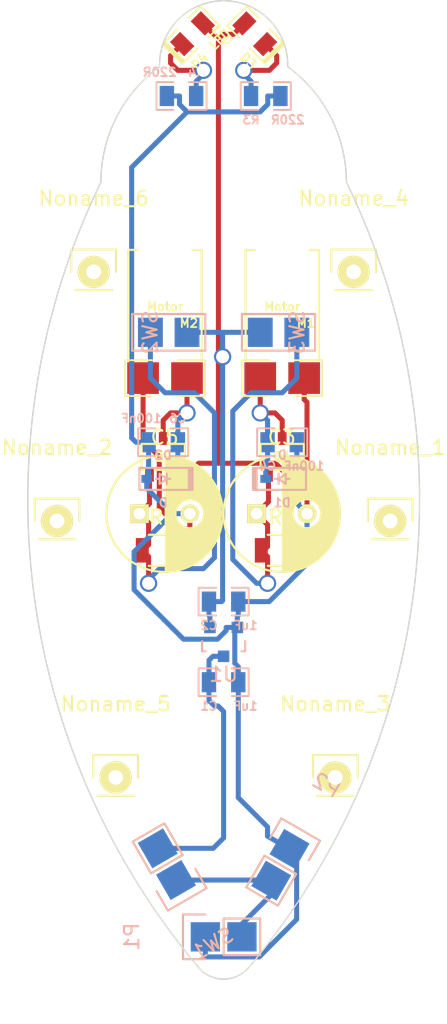
<source format=kicad_pcb>
(kicad_pcb (version 20171130) (host pcbnew "(5.1.12)-1")

  (general
    (thickness 1.6)
    (drawings 7)
    (tracks 189)
    (zones 0)
    (modules 30)
    (nets 11)
  )

  (page A4)
  (layers
    (0 F.Cu signal)
    (31 B.Cu signal)
    (32 B.Adhes user)
    (33 F.Adhes user)
    (34 B.Paste user)
    (35 F.Paste user)
    (36 B.SilkS user)
    (37 F.SilkS user)
    (38 B.Mask user)
    (39 F.Mask user)
    (40 Dwgs.User user)
    (41 Cmts.User user)
    (42 Eco1.User user)
    (43 Eco2.User user)
    (44 Edge.Cuts user)
    (45 Margin user)
    (46 B.CrtYd user)
    (47 F.CrtYd user)
    (48 B.Fab user)
    (49 F.Fab user)
  )

  (setup
    (last_trace_width 0.35)
    (trace_clearance 0.2)
    (zone_clearance 0.508)
    (zone_45_only no)
    (trace_min 0.2)
    (via_size 1.2)
    (via_drill 0.9)
    (via_min_size 0.4)
    (via_min_drill 0.3)
    (uvia_size 0.3)
    (uvia_drill 0.1)
    (uvias_allowed no)
    (uvia_min_size 0.2)
    (uvia_min_drill 0.1)
    (edge_width 0.1)
    (segment_width 0.1)
    (pcb_text_width 0.3)
    (pcb_text_size 1.5 1.5)
    (mod_edge_width 0.15)
    (mod_text_size 1 1)
    (mod_text_width 0.15)
    (pad_size 2.2352 2.2352)
    (pad_drill 1.016)
    (pad_to_mask_clearance 0)
    (aux_axis_origin 0 0)
    (visible_elements 7FFFFFFF)
    (pcbplotparams
      (layerselection 0x01000_80000001)
      (usegerberextensions false)
      (usegerberattributes true)
      (usegerberadvancedattributes true)
      (creategerberjobfile true)
      (excludeedgelayer true)
      (linewidth 0.100000)
      (plotframeref false)
      (viasonmask false)
      (mode 1)
      (useauxorigin false)
      (hpglpennumber 1)
      (hpglpenspeed 20)
      (hpglpendiameter 15.000000)
      (psnegative false)
      (psa4output false)
      (plotreference true)
      (plotvalue true)
      (plotinvisibletext false)
      (padsonsilk false)
      (subtractmaskfromsilk false)
      (outputformat 1)
      (mirror false)
      (drillshape 0)
      (scaleselection 1)
      (outputdirectory "gerbers/"))
  )

  (net 0 "")
  (net 1 "Net-(C1-Pad1)")
  (net 2 "Net-(C3-Pad1)")
  (net 3 "Net-(C4-Pad1)")
  (net 4 "Net-(C5-Pad1)")
  (net 5 "Net-(C6-Pad1)")
  (net 6 "Net-(D3-Pad1)")
  (net 7 "Net-(D4-Pad1)")
  (net 8 +3V3)
  (net 9 +BATT)
  (net 10 GND)

  (net_class Default "This is the default net class."
    (clearance 0.2)
    (trace_width 0.35)
    (via_dia 1.2)
    (via_drill 0.9)
    (uvia_dia 0.3)
    (uvia_drill 0.1)
    (add_net +3V3)
    (add_net +BATT)
    (add_net GND)
    (add_net "Net-(C1-Pad1)")
    (add_net "Net-(C3-Pad1)")
    (add_net "Net-(C4-Pad1)")
    (add_net "Net-(C5-Pad1)")
    (add_net "Net-(C6-Pad1)")
    (add_net "Net-(D3-Pad1)")
    (add_net "Net-(D4-Pad1)")
  )

  (module "BITxo module library:Pin_Header_Straight_1x01" (layer F.Cu) (tedit 55DB9B02) (tstamp 55DB9DB4)
    (at 142.24 56.134)
    (descr "Through hole pin header")
    (tags "pin header")
    (fp_text reference Noname_6 (at 0 -5.1) (layer F.SilkS)
      (effects (font (size 1 1) (thickness 0.15)))
    )
    (fp_text value "" (at 0 -3.1) (layer F.Fab)
      (effects (font (size 1 1) (thickness 0.15)))
    )
    (fp_line (start 1.55 -1.55) (end 1.55 0) (layer F.SilkS) (width 0.15))
    (fp_line (start -1.75 -1.75) (end -1.75 1.75) (layer F.CrtYd) (width 0.05))
    (fp_line (start 1.75 -1.75) (end 1.75 1.75) (layer F.CrtYd) (width 0.05))
    (fp_line (start -1.75 -1.75) (end 1.75 -1.75) (layer F.CrtYd) (width 0.05))
    (fp_line (start -1.75 1.75) (end 1.75 1.75) (layer F.CrtYd) (width 0.05))
    (fp_line (start -1.55 0) (end -1.55 -1.55) (layer F.SilkS) (width 0.15))
    (fp_line (start -1.55 -1.55) (end 1.55 -1.55) (layer F.SilkS) (width 0.15))
    (fp_line (start -1.27 1.27) (end 1.27 1.27) (layer F.SilkS) (width 0.15))
    (pad 1 thru_hole circle (at 0 0) (size 2.2352 2.2352) (drill 1.016) (layers *.Cu *.Mask F.SilkS))
    (model Pin_Headers.3dshapes/Pin_Header_Straight_1x01.wrl
      (at (xyz 0 0 0))
      (scale (xyz 1 1 1))
      (rotate (xyz 0 0 90))
    )
  )

  (module "BITxo module library:Pin_Header_Straight_1x01" (layer F.Cu) (tedit 55DB9B02) (tstamp 55DB9DA6)
    (at 143.764 91.186)
    (descr "Through hole pin header")
    (tags "pin header")
    (fp_text reference Noname_5 (at 0 -5.1) (layer F.SilkS)
      (effects (font (size 1 1) (thickness 0.15)))
    )
    (fp_text value "" (at 0 -3.1) (layer F.Fab)
      (effects (font (size 1 1) (thickness 0.15)))
    )
    (fp_line (start 1.55 -1.55) (end 1.55 0) (layer F.SilkS) (width 0.15))
    (fp_line (start -1.75 -1.75) (end -1.75 1.75) (layer F.CrtYd) (width 0.05))
    (fp_line (start 1.75 -1.75) (end 1.75 1.75) (layer F.CrtYd) (width 0.05))
    (fp_line (start -1.75 -1.75) (end 1.75 -1.75) (layer F.CrtYd) (width 0.05))
    (fp_line (start -1.75 1.75) (end 1.75 1.75) (layer F.CrtYd) (width 0.05))
    (fp_line (start -1.55 0) (end -1.55 -1.55) (layer F.SilkS) (width 0.15))
    (fp_line (start -1.55 -1.55) (end 1.55 -1.55) (layer F.SilkS) (width 0.15))
    (fp_line (start -1.27 1.27) (end 1.27 1.27) (layer F.SilkS) (width 0.15))
    (pad 1 thru_hole circle (at 0 0) (size 2.2352 2.2352) (drill 1.016) (layers *.Cu *.Mask F.SilkS))
    (model Pin_Headers.3dshapes/Pin_Header_Straight_1x01.wrl
      (at (xyz 0 0 0))
      (scale (xyz 1 1 1))
      (rotate (xyz 0 0 90))
    )
  )

  (module "BITxo module library:Pin_Header_Straight_1x01" (layer F.Cu) (tedit 55DB9B02) (tstamp 55DB9D7E)
    (at 160.274 56.134)
    (descr "Through hole pin header")
    (tags "pin header")
    (fp_text reference Noname_4 (at 0 -5.1) (layer F.SilkS)
      (effects (font (size 1 1) (thickness 0.15)))
    )
    (fp_text value "" (at 0 -3.1) (layer F.Fab)
      (effects (font (size 1 1) (thickness 0.15)))
    )
    (fp_line (start 1.55 -1.55) (end 1.55 0) (layer F.SilkS) (width 0.15))
    (fp_line (start -1.75 -1.75) (end -1.75 1.75) (layer F.CrtYd) (width 0.05))
    (fp_line (start 1.75 -1.75) (end 1.75 1.75) (layer F.CrtYd) (width 0.05))
    (fp_line (start -1.75 -1.75) (end 1.75 -1.75) (layer F.CrtYd) (width 0.05))
    (fp_line (start -1.75 1.75) (end 1.75 1.75) (layer F.CrtYd) (width 0.05))
    (fp_line (start -1.55 0) (end -1.55 -1.55) (layer F.SilkS) (width 0.15))
    (fp_line (start -1.55 -1.55) (end 1.55 -1.55) (layer F.SilkS) (width 0.15))
    (fp_line (start -1.27 1.27) (end 1.27 1.27) (layer F.SilkS) (width 0.15))
    (pad 1 thru_hole circle (at 0 0) (size 2.2352 2.2352) (drill 1.016) (layers *.Cu *.Mask F.SilkS))
    (model Pin_Headers.3dshapes/Pin_Header_Straight_1x01.wrl
      (at (xyz 0 0 0))
      (scale (xyz 1 1 1))
      (rotate (xyz 0 0 90))
    )
  )

  (module "BITxo module library:Pin_Header_Straight_1x01" (layer F.Cu) (tedit 55DB9B02) (tstamp 55DB9D64)
    (at 159.004 91.186)
    (descr "Through hole pin header")
    (tags "pin header")
    (fp_text reference Noname_3 (at 0 -5.1) (layer F.SilkS)
      (effects (font (size 1 1) (thickness 0.15)))
    )
    (fp_text value "" (at 0 -3.1) (layer F.Fab)
      (effects (font (size 1 1) (thickness 0.15)))
    )
    (fp_line (start 1.55 -1.55) (end 1.55 0) (layer F.SilkS) (width 0.15))
    (fp_line (start -1.75 -1.75) (end -1.75 1.75) (layer F.CrtYd) (width 0.05))
    (fp_line (start 1.75 -1.75) (end 1.75 1.75) (layer F.CrtYd) (width 0.05))
    (fp_line (start -1.75 -1.75) (end 1.75 -1.75) (layer F.CrtYd) (width 0.05))
    (fp_line (start -1.75 1.75) (end 1.75 1.75) (layer F.CrtYd) (width 0.05))
    (fp_line (start -1.55 0) (end -1.55 -1.55) (layer F.SilkS) (width 0.15))
    (fp_line (start -1.55 -1.55) (end 1.55 -1.55) (layer F.SilkS) (width 0.15))
    (fp_line (start -1.27 1.27) (end 1.27 1.27) (layer F.SilkS) (width 0.15))
    (pad 1 thru_hole circle (at 0 0) (size 2.2352 2.2352) (drill 1.016) (layers *.Cu *.Mask F.SilkS))
    (model Pin_Headers.3dshapes/Pin_Header_Straight_1x01.wrl
      (at (xyz 0 0 0))
      (scale (xyz 1 1 1))
      (rotate (xyz 0 0 90))
    )
  )

  (module "BITxo module library:Pin_Header_Straight_1x01" (layer F.Cu) (tedit 55DB9B02) (tstamp 55DB9D57)
    (at 139.7 73.406)
    (descr "Through hole pin header")
    (tags "pin header")
    (fp_text reference Noname_2 (at 0 -5.1) (layer F.SilkS)
      (effects (font (size 1 1) (thickness 0.15)))
    )
    (fp_text value "" (at 0 -3.1) (layer F.Fab)
      (effects (font (size 1 1) (thickness 0.15)))
    )
    (fp_line (start 1.55 -1.55) (end 1.55 0) (layer F.SilkS) (width 0.15))
    (fp_line (start -1.75 -1.75) (end -1.75 1.75) (layer F.CrtYd) (width 0.05))
    (fp_line (start 1.75 -1.75) (end 1.75 1.75) (layer F.CrtYd) (width 0.05))
    (fp_line (start -1.75 -1.75) (end 1.75 -1.75) (layer F.CrtYd) (width 0.05))
    (fp_line (start -1.75 1.75) (end 1.75 1.75) (layer F.CrtYd) (width 0.05))
    (fp_line (start -1.55 0) (end -1.55 -1.55) (layer F.SilkS) (width 0.15))
    (fp_line (start -1.55 -1.55) (end 1.55 -1.55) (layer F.SilkS) (width 0.15))
    (fp_line (start -1.27 1.27) (end 1.27 1.27) (layer F.SilkS) (width 0.15))
    (pad 1 thru_hole circle (at 0 0) (size 2.2352 2.2352) (drill 1.016) (layers *.Cu *.Mask F.SilkS))
    (model Pin_Headers.3dshapes/Pin_Header_Straight_1x01.wrl
      (at (xyz 0 0 0))
      (scale (xyz 1 1 1))
      (rotate (xyz 0 0 90))
    )
  )

  (module "BITxo module library:SMD0805_LED" (layer F.Cu) (tedit 55521B77) (tstamp 55D8DE8C)
    (at 149.098 39.624 45)
    (path /55D991C9)
    (attr smd)
    (fp_text reference D4 (at -0.987828 1.706249 45) (layer F.SilkS)
      (effects (font (size 0.6 0.6) (thickness 0.127)))
    )
    (fp_text value LED (at 1.077631 1.616446 225) (layer F.SilkS)
      (effects (font (size 0.6 0.6) (thickness 0.127)))
    )
    (fp_line (start -1.9685 -0.9525) (end -1.9685 0.9525) (layer F.SilkS) (width 0.15))
    (fp_line (start -1.8415 -0.9525) (end -1.8415 0.9525) (layer F.SilkS) (width 0.15))
    (fp_line (start -0.52 0.962) (end -1.924 0.962) (layer F.SilkS) (width 0.127))
    (fp_line (start -1.7375 0.95) (end -1.7375 -0.962) (layer F.SilkS) (width 0.127))
    (fp_line (start -1.924 -0.962) (end -0.52 -0.962) (layer F.SilkS) (width 0.127))
    (fp_line (start 0.5715 -0.962) (end 1.7335 -0.962) (layer F.SilkS) (width 0.127))
    (fp_line (start 1.7375 -0.962) (end 1.7375 0.95) (layer F.SilkS) (width 0.127))
    (fp_line (start 1.7335 0.962) (end 0.5715 0.962) (layer F.SilkS) (width 0.127))
    (pad 1 smd rect (at -1.016 0 45) (size 1 1.397) (layers F.Cu F.Paste F.Mask)
      (net 7 "Net-(D4-Pad1)"))
    (pad 2 smd rect (at 1.016 0 45) (size 1 1.397) (layers F.Cu F.Paste F.Mask)
      (net 8 +3V3))
    (model smd/chip_cms.wrl
      (at (xyz 0 0 0))
      (scale (xyz 0.1 0.1 0.1))
      (rotate (xyz 0 0 0))
    )
  )

  (module "BITxo module library:SMD0805" (layer B.Cu) (tedit 555880A8) (tstamp 55D8DE06)
    (at 151.257 84.582)
    (path /55D8E9CF)
    (attr smd)
    (fp_text reference C1 (at -1.016 1.651) (layer B.SilkS)
      (effects (font (size 0.6 0.6) (thickness 0.127)) (justify mirror))
    )
    (fp_text value 1uF (at 1.524 1.651 180) (layer B.SilkS)
      (effects (font (size 0.6 0.6) (thickness 0.127)) (justify mirror))
    )
    (fp_line (start -0.52 -0.962) (end -1.724 -0.962) (layer B.SilkS) (width 0.127))
    (fp_line (start -1.7375 -0.95) (end -1.7375 0.962) (layer B.SilkS) (width 0.127))
    (fp_line (start -1.724 0.962) (end -0.52 0.962) (layer B.SilkS) (width 0.127))
    (fp_line (start 0.5715 0.962) (end 1.7335 0.962) (layer B.SilkS) (width 0.127))
    (fp_line (start 1.7375 0.962) (end 1.7375 -0.95) (layer B.SilkS) (width 0.127))
    (fp_line (start 1.7335 -0.962) (end 0.5715 -0.962) (layer B.SilkS) (width 0.127))
    (pad 1 smd rect (at -1.016 0) (size 1 1.397) (layers B.Cu B.Paste B.Mask)
      (net 1 "Net-(C1-Pad1)"))
    (pad 2 smd rect (at 1.016 0) (size 1 1.397) (layers B.Cu B.Paste B.Mask)
      (net 10 GND))
    (model smd/chip_cms.wrl
      (at (xyz 0 0 0))
      (scale (xyz 0.1 0.1 0.1))
      (rotate (xyz 0 0 0))
    )
  )

  (module "BITxo module library:SMD0805" (layer B.Cu) (tedit 555880A8) (tstamp 55D8DE12)
    (at 151.257 78.994)
    (path /55D8EAA8)
    (attr smd)
    (fp_text reference C2 (at -1.016 1.651) (layer B.SilkS)
      (effects (font (size 0.6 0.6) (thickness 0.127)) (justify mirror))
    )
    (fp_text value 1uF (at 1.524 1.651 180) (layer B.SilkS)
      (effects (font (size 0.6 0.6) (thickness 0.127)) (justify mirror))
    )
    (fp_line (start -0.52 -0.962) (end -1.724 -0.962) (layer B.SilkS) (width 0.127))
    (fp_line (start -1.7375 -0.95) (end -1.7375 0.962) (layer B.SilkS) (width 0.127))
    (fp_line (start -1.724 0.962) (end -0.52 0.962) (layer B.SilkS) (width 0.127))
    (fp_line (start 0.5715 0.962) (end 1.7335 0.962) (layer B.SilkS) (width 0.127))
    (fp_line (start 1.7375 0.962) (end 1.7375 -0.95) (layer B.SilkS) (width 0.127))
    (fp_line (start 1.7335 -0.962) (end 0.5715 -0.962) (layer B.SilkS) (width 0.127))
    (pad 1 smd rect (at -1.016 0) (size 1 1.397) (layers B.Cu B.Paste B.Mask)
      (net 8 +3V3))
    (pad 2 smd rect (at 1.016 0) (size 1 1.397) (layers B.Cu B.Paste B.Mask)
      (net 10 GND))
    (model smd/chip_cms.wrl
      (at (xyz 0 0 0))
      (scale (xyz 0.1 0.1 0.1))
      (rotate (xyz 0 0 0))
    )
  )

  (module "BITxo module library:SMD0805" (layer B.Cu) (tedit 555880A8) (tstamp 55D8DE2A)
    (at 155.321 67.945)
    (path /55D89100)
    (attr smd)
    (fp_text reference C4 (at -1.016 1.651) (layer B.SilkS)
      (effects (font (size 0.6 0.6) (thickness 0.127)) (justify mirror))
    )
    (fp_text value 100nF (at 1.524 1.651 180) (layer B.SilkS)
      (effects (font (size 0.6 0.6) (thickness 0.127)) (justify mirror))
    )
    (fp_line (start -0.52 -0.962) (end -1.724 -0.962) (layer B.SilkS) (width 0.127))
    (fp_line (start -1.7375 -0.95) (end -1.7375 0.962) (layer B.SilkS) (width 0.127))
    (fp_line (start -1.724 0.962) (end -0.52 0.962) (layer B.SilkS) (width 0.127))
    (fp_line (start 0.5715 0.962) (end 1.7335 0.962) (layer B.SilkS) (width 0.127))
    (fp_line (start 1.7375 0.962) (end 1.7375 -0.95) (layer B.SilkS) (width 0.127))
    (fp_line (start 1.7335 -0.962) (end 0.5715 -0.962) (layer B.SilkS) (width 0.127))
    (pad 1 smd rect (at -1.016 0) (size 1 1.397) (layers B.Cu B.Paste B.Mask)
      (net 3 "Net-(C4-Pad1)"))
    (pad 2 smd rect (at 1.016 0) (size 1 1.397) (layers B.Cu B.Paste B.Mask)
      (net 10 GND))
    (model smd/chip_cms.wrl
      (at (xyz 0 0 0))
      (scale (xyz 0.1 0.1 0.1))
      (rotate (xyz 0 0 0))
    )
  )

  (module "BITxo module library:SMD0805" (layer B.Cu) (tedit 555880A8) (tstamp 55D8DE42)
    (at 147.066 67.945 180)
    (path /55D8BAE2)
    (attr smd)
    (fp_text reference C6 (at -1.016 1.651 180) (layer B.SilkS)
      (effects (font (size 0.6 0.6) (thickness 0.127)) (justify mirror))
    )
    (fp_text value 100nF (at 1.524 1.651) (layer B.SilkS)
      (effects (font (size 0.6 0.6) (thickness 0.127)) (justify mirror))
    )
    (fp_line (start -0.52 -0.962) (end -1.724 -0.962) (layer B.SilkS) (width 0.127))
    (fp_line (start -1.7375 -0.95) (end -1.7375 0.962) (layer B.SilkS) (width 0.127))
    (fp_line (start -1.724 0.962) (end -0.52 0.962) (layer B.SilkS) (width 0.127))
    (fp_line (start 0.5715 0.962) (end 1.7335 0.962) (layer B.SilkS) (width 0.127))
    (fp_line (start 1.7375 0.962) (end 1.7375 -0.95) (layer B.SilkS) (width 0.127))
    (fp_line (start 1.7335 -0.962) (end 0.5715 -0.962) (layer B.SilkS) (width 0.127))
    (pad 1 smd rect (at -1.016 0 180) (size 1 1.397) (layers B.Cu B.Paste B.Mask)
      (net 5 "Net-(C6-Pad1)"))
    (pad 2 smd rect (at 1.016 0 180) (size 1 1.397) (layers B.Cu B.Paste B.Mask)
      (net 10 GND))
    (model smd/chip_cms.wrl
      (at (xyz 0 0 0))
      (scale (xyz 0.1 0.1 0.1))
      (rotate (xyz 0 0 0))
    )
  )

  (module "BITxo module library:SOD-323" (layer B.Cu) (tedit 5551F9BF) (tstamp 55D8DE59)
    (at 155.321 70.485)
    (descr SOD-323)
    (tags SOD-323)
    (path /55D89018)
    (attr smd)
    (fp_text reference D1 (at 0 1.651) (layer B.SilkS)
      (effects (font (size 0.6 0.6) (thickness 0.127)) (justify mirror))
    )
    (fp_text value D (at 0 -1.651) (layer B.SilkS)
      (effects (font (size 0.6 0.6) (thickness 0.127)) (justify mirror))
    )
    (fp_line (start -2.032 0.762) (end -1.778 0.762) (layer B.SilkS) (width 0.15))
    (fp_line (start -2.032 0.762) (end -2.032 -0.762) (layer B.SilkS) (width 0.15))
    (fp_line (start -1.905 -0.762) (end -1.905 0.762) (layer B.SilkS) (width 0.15))
    (fp_line (start -1.778 0.762) (end -1.778 -0.762) (layer B.SilkS) (width 0.15))
    (fp_line (start 1.651 0.762) (end 1.651 -0.762) (layer B.SilkS) (width 0.15))
    (fp_line (start -1.905 0.762) (end 1.651 0.762) (layer B.SilkS) (width 0.15))
    (fp_line (start 1.651 -0.762) (end -2.032 -0.762) (layer B.SilkS) (width 0.15))
    (fp_line (start 0.25 0) (end 0.5 0) (layer B.SilkS) (width 0.15))
    (fp_line (start -0.25 0) (end -0.5 0) (layer B.SilkS) (width 0.15))
    (fp_line (start -0.25 0) (end 0.25 0.35) (layer B.SilkS) (width 0.15))
    (fp_line (start 0.25 0.35) (end 0.25 -0.35) (layer B.SilkS) (width 0.15))
    (fp_line (start 0.25 -0.35) (end -0.25 0) (layer B.SilkS) (width 0.15))
    (fp_line (start -0.25 0.35) (end -0.25 -0.35) (layer B.SilkS) (width 0.15))
    (fp_line (start -1.6905 0.95) (end 1.63 0.95) (layer B.CrtYd) (width 0.05))
    (fp_line (start 1.627 0.95) (end 1.627 -0.95) (layer B.CrtYd) (width 0.05))
    (fp_line (start -1.6905 -0.95) (end 1.63 -0.95) (layer B.CrtYd) (width 0.05))
    (fp_line (start -1.6905 0.95) (end -1.6905 -0.95) (layer B.CrtYd) (width 0.05))
    (pad 1 smd rect (at -1.143 0) (size 0.75 0.55) (layers B.Cu B.Paste B.Mask)
      (net 3 "Net-(C4-Pad1)"))
    (pad 2 smd rect (at 1.143 0) (size 0.75 0.55) (layers B.Cu B.Paste B.Mask)
      (net 10 GND))
  )

  (module "BITxo module library:SOD-323" (layer B.Cu) (tedit 5551F9BF) (tstamp 55D8DE70)
    (at 147.066 70.485 180)
    (descr SOD-323)
    (tags SOD-323)
    (path /55D8BAD6)
    (attr smd)
    (fp_text reference D2 (at 0 1.651 180) (layer B.SilkS)
      (effects (font (size 0.6 0.6) (thickness 0.127)) (justify mirror))
    )
    (fp_text value D (at 0 -1.651 180) (layer B.SilkS)
      (effects (font (size 0.6 0.6) (thickness 0.127)) (justify mirror))
    )
    (fp_line (start -2.032 0.762) (end -1.778 0.762) (layer B.SilkS) (width 0.15))
    (fp_line (start -2.032 0.762) (end -2.032 -0.762) (layer B.SilkS) (width 0.15))
    (fp_line (start -1.905 -0.762) (end -1.905 0.762) (layer B.SilkS) (width 0.15))
    (fp_line (start -1.778 0.762) (end -1.778 -0.762) (layer B.SilkS) (width 0.15))
    (fp_line (start 1.651 0.762) (end 1.651 -0.762) (layer B.SilkS) (width 0.15))
    (fp_line (start -1.905 0.762) (end 1.651 0.762) (layer B.SilkS) (width 0.15))
    (fp_line (start 1.651 -0.762) (end -2.032 -0.762) (layer B.SilkS) (width 0.15))
    (fp_line (start 0.25 0) (end 0.5 0) (layer B.SilkS) (width 0.15))
    (fp_line (start -0.25 0) (end -0.5 0) (layer B.SilkS) (width 0.15))
    (fp_line (start -0.25 0) (end 0.25 0.35) (layer B.SilkS) (width 0.15))
    (fp_line (start 0.25 0.35) (end 0.25 -0.35) (layer B.SilkS) (width 0.15))
    (fp_line (start 0.25 -0.35) (end -0.25 0) (layer B.SilkS) (width 0.15))
    (fp_line (start -0.25 0.35) (end -0.25 -0.35) (layer B.SilkS) (width 0.15))
    (fp_line (start -1.6905 0.95) (end 1.63 0.95) (layer B.CrtYd) (width 0.05))
    (fp_line (start 1.627 0.95) (end 1.627 -0.95) (layer B.CrtYd) (width 0.05))
    (fp_line (start -1.6905 -0.95) (end 1.63 -0.95) (layer B.CrtYd) (width 0.05))
    (fp_line (start -1.6905 0.95) (end -1.6905 -0.95) (layer B.CrtYd) (width 0.05))
    (pad 1 smd rect (at -1.143 0 180) (size 0.75 0.55) (layers B.Cu B.Paste B.Mask)
      (net 5 "Net-(C6-Pad1)"))
    (pad 2 smd rect (at 1.143 0 180) (size 0.75 0.55) (layers B.Cu B.Paste B.Mask)
      (net 10 GND))
  )

  (module "BITxo module library:SMD0805_LED" (layer F.Cu) (tedit 55521B77) (tstamp 55D8DE7E)
    (at 153.416 39.624 135)
    (path /55D98863)
    (attr smd)
    (fp_text reference D3 (at -1.016 -1.651 135) (layer F.SilkS)
      (effects (font (size 0.6 0.6) (thickness 0.127)))
    )
    (fp_text value LED (at 1.524 -1.651 315) (layer F.SilkS)
      (effects (font (size 0.6 0.6) (thickness 0.127)))
    )
    (fp_line (start -1.9685 -0.9525) (end -1.9685 0.9525) (layer F.SilkS) (width 0.15))
    (fp_line (start -1.8415 -0.9525) (end -1.8415 0.9525) (layer F.SilkS) (width 0.15))
    (fp_line (start -0.52 0.962) (end -1.924 0.962) (layer F.SilkS) (width 0.127))
    (fp_line (start -1.7375 0.95) (end -1.7375 -0.962) (layer F.SilkS) (width 0.127))
    (fp_line (start -1.924 -0.962) (end -0.52 -0.962) (layer F.SilkS) (width 0.127))
    (fp_line (start 0.5715 -0.962) (end 1.7335 -0.962) (layer F.SilkS) (width 0.127))
    (fp_line (start 1.7375 -0.962) (end 1.7375 0.95) (layer F.SilkS) (width 0.127))
    (fp_line (start 1.7335 0.962) (end 0.5715 0.962) (layer F.SilkS) (width 0.127))
    (pad 1 smd rect (at -1.016 0 135) (size 1 1.397) (layers F.Cu F.Paste F.Mask)
      (net 6 "Net-(D3-Pad1)"))
    (pad 2 smd rect (at 1.016 0 135) (size 1 1.397) (layers F.Cu F.Paste F.Mask)
      (net 8 +3V3))
    (model smd/chip_cms.wrl
      (at (xyz 0 0 0))
      (scale (xyz 0.1 0.1 0.1))
      (rotate (xyz 0 0 0))
    )
  )

  (module "BITxo module library:Vibration_motor" (layer F.Cu) (tedit 555B8614) (tstamp 55D8DE9C)
    (at 155.321 63.5)
    (path /55D88F94)
    (attr smd)
    (fp_text reference M1 (at 1.651 -3.81 180) (layer F.SilkS)
      (effects (font (size 0.6 0.6) (thickness 0.127)))
    )
    (fp_text value Motor (at 0 -4.953 180) (layer F.SilkS)
      (effects (font (size 0.6 0.6) (thickness 0.127)))
    )
    (fp_line (start -2.54 -8.89) (end -2.54 -1.27) (layer F.SilkS) (width 0.15))
    (fp_line (start 2.54 -8.89) (end 2.54 -1.27) (layer F.SilkS) (width 0.15))
    (fp_line (start -1.905 -8.89) (end -2.54 -8.89) (layer F.SilkS) (width 0.15))
    (fp_line (start 1.905 -8.89) (end 2.54 -8.89) (layer F.SilkS) (width 0.15))
    (fp_line (start -2.767 -1.243) (end -2.767 1.243) (layer F.SilkS) (width 0.127))
    (fp_line (start -2.74 1.243) (end -0.939 1.243) (layer F.SilkS) (width 0.127))
    (fp_line (start 0.889 -1.243) (end 2.74 -1.243) (layer F.SilkS) (width 0.127))
    (fp_line (start 2.767 -1.243) (end 2.767 1.243) (layer F.SilkS) (width 0.127))
    (fp_line (start 2.74 1.243) (end 0.889 1.243) (layer F.SilkS) (width 0.127))
    (fp_line (start -0.889 -1.243) (end -2.74 -1.243) (layer F.SilkS) (width 0.127))
    (pad 1 smd rect (at -1.524 0) (size 2.2 2.2) (layers F.Cu F.Paste F.Mask)
      (net 3 "Net-(C4-Pad1)"))
    (pad 2 smd rect (at 1.524 0) (size 2.2 2.2) (layers F.Cu F.Paste F.Mask)
      (net 10 GND))
    (model smd/chip_cms.wrl
      (at (xyz 0 0 0))
      (scale (xyz 0.17 0.16 0.16))
      (rotate (xyz 0 0 0))
    )
  )

  (module "BITxo module library:Vibration_motor" (layer F.Cu) (tedit 555B8614) (tstamp 55D8DEAC)
    (at 147.193 63.5)
    (path /55D8BAD0)
    (attr smd)
    (fp_text reference M2 (at 1.651 -3.81 180) (layer F.SilkS)
      (effects (font (size 0.6 0.6) (thickness 0.127)))
    )
    (fp_text value Motor (at 0 -4.953 180) (layer F.SilkS)
      (effects (font (size 0.6 0.6) (thickness 0.127)))
    )
    (fp_line (start -2.54 -8.89) (end -2.54 -1.27) (layer F.SilkS) (width 0.15))
    (fp_line (start 2.54 -8.89) (end 2.54 -1.27) (layer F.SilkS) (width 0.15))
    (fp_line (start -1.905 -8.89) (end -2.54 -8.89) (layer F.SilkS) (width 0.15))
    (fp_line (start 1.905 -8.89) (end 2.54 -8.89) (layer F.SilkS) (width 0.15))
    (fp_line (start -2.767 -1.243) (end -2.767 1.243) (layer F.SilkS) (width 0.127))
    (fp_line (start -2.74 1.243) (end -0.939 1.243) (layer F.SilkS) (width 0.127))
    (fp_line (start 0.889 -1.243) (end 2.74 -1.243) (layer F.SilkS) (width 0.127))
    (fp_line (start 2.767 -1.243) (end 2.767 1.243) (layer F.SilkS) (width 0.127))
    (fp_line (start 2.74 1.243) (end 0.889 1.243) (layer F.SilkS) (width 0.127))
    (fp_line (start -0.889 -1.243) (end -2.74 -1.243) (layer F.SilkS) (width 0.127))
    (pad 1 smd rect (at -1.524 0) (size 2.2 2.2) (layers F.Cu F.Paste F.Mask)
      (net 10 GND))
    (pad 2 smd rect (at 1.524 0) (size 2.2 2.2) (layers F.Cu F.Paste F.Mask)
      (net 5 "Net-(C6-Pad1)"))
    (model smd/chip_cms.wrl
      (at (xyz 0 0 0))
      (scale (xyz 0.17 0.16 0.16))
      (rotate (xyz 0 0 0))
    )
  )

  (module "BITxo module library:SOT23-5_MOD_PINOUT" (layer F.Cu) (tedit 5) (tstamp 55D8DEEF)
    (at 155.321 68.961)
    (tags SOT23-5_Opendous)
    (path /55D88D10)
    (attr smd)
    (fp_text reference Q1 (at 0 0) (layer F.SilkS)
      (effects (font (size 0.6096 0.6096) (thickness 0.1524)))
    )
    (fp_text value P-MOSFET (at -1.524 0 90) (layer F.SilkS) hide
      (effects (font (size 0.127 0.127) (thickness 0.00254)))
    )
    (fp_line (start -0.59944 0.89916) (end 0.59944 0.89916) (layer F.SilkS) (width 0.1524))
    (fp_line (start -1.30048 -0.89916) (end -0.29972 -0.89916) (layer F.SilkS) (width 0.1524))
    (fp_line (start 1.30048 -0.89916) (end 0.29972 -0.89916) (layer F.SilkS) (width 0.1524))
    (fp_line (start -1.50114 -0.89916) (end -1.30048 -0.89916) (layer F.SilkS) (width 0.1524))
    (fp_line (start -1.50114 -0.89916) (end -1.50114 0.89916) (layer F.SilkS) (width 0.1524))
    (fp_line (start -1.50114 0.89916) (end -1.30048 0.89916) (layer F.SilkS) (width 0.1524))
    (fp_line (start 1.50114 0.89916) (end 1.30048 0.89916) (layer F.SilkS) (width 0.1524))
    (fp_line (start 1.50114 -0.89916) (end 1.30048 -0.89916) (layer F.SilkS) (width 0.1524))
    (fp_line (start 1.50114 0.89916) (end 1.50114 -0.89916) (layer F.SilkS) (width 0.1524))
    (pad 3 smd rect (at 0.9525 1.27) (size 0.6096 0.889) (layers F.Cu F.Paste F.Mask)
      (net 8 +3V3))
    (pad 2 smd rect (at -0.9525 1.27) (size 0.6096 0.889) (layers F.Cu F.Paste F.Mask)
      (net 2 "Net-(C3-Pad1)"))
    (pad 1 smd rect (at 0 -1.27) (size 0.6096 0.889) (layers F.Cu F.Paste F.Mask)
      (net 3 "Net-(C4-Pad1)"))
    (model techno/SOT23_6.wrl
      (offset (xyz 0 0 0.02539999961853028))
      (scale (xyz 0.3937 0.3937 0.3937))
      (rotate (xyz -90 0 0))
    )
  )

  (module "BITxo module library:SOT23-5_MOD_PINOUT" (layer F.Cu) (tedit 5) (tstamp 55D8DEFF)
    (at 147.066 68.961)
    (tags SOT23-5_Opendous)
    (path /55D8BACA)
    (attr smd)
    (fp_text reference Q2 (at 0 0) (layer F.SilkS)
      (effects (font (size 0.6096 0.6096) (thickness 0.1524)))
    )
    (fp_text value P-MOSFET (at -1.524 0 90) (layer F.SilkS) hide
      (effects (font (size 0.127 0.127) (thickness 0.00254)))
    )
    (fp_line (start -0.59944 0.89916) (end 0.59944 0.89916) (layer F.SilkS) (width 0.1524))
    (fp_line (start -1.30048 -0.89916) (end -0.29972 -0.89916) (layer F.SilkS) (width 0.1524))
    (fp_line (start 1.30048 -0.89916) (end 0.29972 -0.89916) (layer F.SilkS) (width 0.1524))
    (fp_line (start -1.50114 -0.89916) (end -1.30048 -0.89916) (layer F.SilkS) (width 0.1524))
    (fp_line (start -1.50114 -0.89916) (end -1.50114 0.89916) (layer F.SilkS) (width 0.1524))
    (fp_line (start -1.50114 0.89916) (end -1.30048 0.89916) (layer F.SilkS) (width 0.1524))
    (fp_line (start 1.50114 0.89916) (end 1.30048 0.89916) (layer F.SilkS) (width 0.1524))
    (fp_line (start 1.50114 -0.89916) (end 1.30048 -0.89916) (layer F.SilkS) (width 0.1524))
    (fp_line (start 1.50114 0.89916) (end 1.50114 -0.89916) (layer F.SilkS) (width 0.1524))
    (pad 3 smd rect (at 0.9525 1.27) (size 0.6096 0.889) (layers F.Cu F.Paste F.Mask)
      (net 8 +3V3))
    (pad 2 smd rect (at -0.9525 1.27) (size 0.6096 0.889) (layers F.Cu F.Paste F.Mask)
      (net 4 "Net-(C5-Pad1)"))
    (pad 1 smd rect (at 0 -1.27) (size 0.6096 0.889) (layers F.Cu F.Paste F.Mask)
      (net 5 "Net-(C6-Pad1)"))
    (model techno/SOT23_6.wrl
      (offset (xyz 0 0 0.02539999961853028))
      (scale (xyz 0.3937 0.3937 0.3937))
      (rotate (xyz -90 0 0))
    )
  )

  (module "BITxo module library:SMD0805" (layer B.Cu) (tedit 555880A8) (tstamp 55D8DF23)
    (at 154.178 43.942)
    (path /55D98AA3)
    (attr smd)
    (fp_text reference R3 (at -1.016 1.651) (layer B.SilkS)
      (effects (font (size 0.6 0.6) (thickness 0.127)) (justify mirror))
    )
    (fp_text value 220R (at 1.524 1.651 180) (layer B.SilkS)
      (effects (font (size 0.6 0.6) (thickness 0.127)) (justify mirror))
    )
    (fp_line (start -0.52 -0.962) (end -1.724 -0.962) (layer B.SilkS) (width 0.127))
    (fp_line (start -1.7375 -0.95) (end -1.7375 0.962) (layer B.SilkS) (width 0.127))
    (fp_line (start -1.724 0.962) (end -0.52 0.962) (layer B.SilkS) (width 0.127))
    (fp_line (start 0.5715 0.962) (end 1.7335 0.962) (layer B.SilkS) (width 0.127))
    (fp_line (start 1.7375 0.962) (end 1.7375 -0.95) (layer B.SilkS) (width 0.127))
    (fp_line (start 1.7335 -0.962) (end 0.5715 -0.962) (layer B.SilkS) (width 0.127))
    (pad 1 smd rect (at -1.016 0) (size 1 1.397) (layers B.Cu B.Paste B.Mask)
      (net 6 "Net-(D3-Pad1)"))
    (pad 2 smd rect (at 1.016 0) (size 1 1.397) (layers B.Cu B.Paste B.Mask)
      (net 10 GND))
    (model smd/chip_cms.wrl
      (at (xyz 0 0 0))
      (scale (xyz 0.1 0.1 0.1))
      (rotate (xyz 0 0 0))
    )
  )

  (module "BITxo module library:SMD0805" (layer B.Cu) (tedit 555880A8) (tstamp 55D8DF2F)
    (at 148.336 43.942 180)
    (path /55D991D0)
    (attr smd)
    (fp_text reference R4 (at -1.016 1.651 180) (layer B.SilkS)
      (effects (font (size 0.6 0.6) (thickness 0.127)) (justify mirror))
    )
    (fp_text value 220R (at 1.524 1.651) (layer B.SilkS)
      (effects (font (size 0.6 0.6) (thickness 0.127)) (justify mirror))
    )
    (fp_line (start -0.52 -0.962) (end -1.724 -0.962) (layer B.SilkS) (width 0.127))
    (fp_line (start -1.7375 -0.95) (end -1.7375 0.962) (layer B.SilkS) (width 0.127))
    (fp_line (start -1.724 0.962) (end -0.52 0.962) (layer B.SilkS) (width 0.127))
    (fp_line (start 0.5715 0.962) (end 1.7335 0.962) (layer B.SilkS) (width 0.127))
    (fp_line (start 1.7375 0.962) (end 1.7375 -0.95) (layer B.SilkS) (width 0.127))
    (fp_line (start 1.7335 -0.962) (end 0.5715 -0.962) (layer B.SilkS) (width 0.127))
    (pad 1 smd rect (at -1.016 0 180) (size 1 1.397) (layers B.Cu B.Paste B.Mask)
      (net 7 "Net-(D4-Pad1)"))
    (pad 2 smd rect (at 1.016 0 180) (size 1 1.397) (layers B.Cu B.Paste B.Mask)
      (net 10 GND))
    (model smd/chip_cms.wrl
      (at (xyz 0 0 0))
      (scale (xyz 0.1 0.1 0.1))
      (rotate (xyz 0 0 0))
    )
  )

  (module Housings_SOT-23_SOT-143_TSOT-6:SOT-23 (layer B.Cu) (tedit 553634F8) (tstamp 55D8DF78)
    (at 151.257 81.788)
    (descr "SOT-23, Standard")
    (tags SOT-23)
    (path /55D8DC14)
    (attr smd)
    (fp_text reference U1 (at 0 2.25) (layer B.SilkS)
      (effects (font (size 1 1) (thickness 0.15)) (justify mirror))
    )
    (fp_text value APE8865NL-30-HF-3 (at 0 -2.3) (layer B.Fab)
      (effects (font (size 1 1) (thickness 0.15)) (justify mirror))
    )
    (fp_line (start -1.65 1.6) (end 1.65 1.6) (layer B.CrtYd) (width 0.05))
    (fp_line (start 1.65 1.6) (end 1.65 -1.6) (layer B.CrtYd) (width 0.05))
    (fp_line (start 1.65 -1.6) (end -1.65 -1.6) (layer B.CrtYd) (width 0.05))
    (fp_line (start -1.65 -1.6) (end -1.65 1.6) (layer B.CrtYd) (width 0.05))
    (fp_line (start 1.29916 0.65024) (end 1.2509 0.65024) (layer B.SilkS) (width 0.15))
    (fp_line (start -1.49982 -0.0508) (end -1.49982 0.65024) (layer B.SilkS) (width 0.15))
    (fp_line (start -1.49982 0.65024) (end -1.2509 0.65024) (layer B.SilkS) (width 0.15))
    (fp_line (start 1.29916 0.65024) (end 1.49982 0.65024) (layer B.SilkS) (width 0.15))
    (fp_line (start 1.49982 0.65024) (end 1.49982 -0.0508) (layer B.SilkS) (width 0.15))
    (pad 1 smd rect (at -0.95 -1.00076) (size 0.8001 0.8001) (layers B.Cu B.Paste B.Mask)
      (net 8 +3V3))
    (pad 2 smd rect (at 0.95 -1.00076) (size 0.8001 0.8001) (layers B.Cu B.Paste B.Mask)
      (net 10 GND))
    (pad 3 smd rect (at 0 0.99822) (size 0.8001 0.8001) (layers B.Cu B.Paste B.Mask)
      (net 1 "Net-(C1-Pad1)"))
    (model Housings_SOT-23_SOT-143_TSOT-6.3dshapes/SOT-23.wrl
      (at (xyz 0 0 0))
      (scale (xyz 1 1 1))
      (rotate (xyz 0 0 0))
    )
  )

  (module "BITxo module library:Pads_1x02" (layer B.Cu) (tedit 55D9E2E1) (tstamp 55D9E376)
    (at 147.955 98.298 30)
    (descr "Through hole pin header")
    (tags "pin header")
    (path /55D8A4D6)
    (fp_text reference SW1 (at 0 5.1 30) (layer B.SilkS)
      (effects (font (size 1 1) (thickness 0.15)) (justify mirror))
    )
    (fp_text value ON/OFF (at 0 3.1 30) (layer B.Fab)
      (effects (font (size 1 1) (thickness 0.15)) (justify mirror))
    )
    (fp_line (start 1.27 -1.27) (end 1.27 -3.81) (layer B.SilkS) (width 0.15))
    (fp_line (start 1.55 1.55) (end 1.55 0) (layer B.SilkS) (width 0.15))
    (fp_line (start -1.75 1.75) (end -1.75 -4.3) (layer B.CrtYd) (width 0.05))
    (fp_line (start 1.75 1.75) (end 1.75 -4.3) (layer B.CrtYd) (width 0.05))
    (fp_line (start -1.75 1.75) (end 1.75 1.75) (layer B.CrtYd) (width 0.05))
    (fp_line (start -1.75 -4.3) (end 1.75 -4.3) (layer B.CrtYd) (width 0.05))
    (fp_line (start 1.27 -1.27) (end -1.27 -1.27) (layer B.SilkS) (width 0.15))
    (fp_line (start -1.55 0) (end -1.55 1.55) (layer B.SilkS) (width 0.15))
    (fp_line (start -1.55 1.55) (end 1.55 1.55) (layer B.SilkS) (width 0.15))
    (fp_line (start -1.27 -1.27) (end -1.27 -3.81) (layer B.SilkS) (width 0.15))
    (fp_line (start -1.27 -3.81) (end 1.27 -3.81) (layer B.SilkS) (width 0.15))
    (pad 1 smd rect (at 0 0 30) (size 2.032 2.032) (layers B.Cu B.Paste B.Mask)
      (net 9 +BATT))
    (pad 2 smd rect (at 0 -2.54 30) (size 2.032 2.032) (layers B.Cu B.Paste B.Mask)
      (net 1 "Net-(C1-Pad1)"))
    (model Pin_Headers.3dshapes/Pin_Header_Straight_1x02.wrl
      (offset (xyz 0 -1.269999980926514 0))
      (scale (xyz 1 1 1))
      (rotate (xyz 0 0 90))
    )
  )

  (module "BITxo module library:Pads_Endstop" (layer B.Cu) (tedit 55D9F580) (tstamp 55D9F5E9)
    (at 151.257 60.325 90)
    (descr "Through hole pin header")
    (tags "pin header")
    (path /55D8CE7A)
    (fp_text reference SW3 (at 0 5.1 90) (layer B.SilkS)
      (effects (font (size 1 1) (thickness 0.15)) (justify mirror))
    )
    (fp_text value Endstop (at 0 3.1 90) (layer B.Fab)
      (effects (font (size 1 1) (thickness 0.15)) (justify mirror))
    )
    (fp_line (start -1.75 -0.65) (end -1.75 -6.85) (layer B.CrtYd) (width 0.05))
    (fp_line (start 1.75 -0.65) (end 1.75 -6.85) (layer B.CrtYd) (width 0.05))
    (fp_line (start -1.75 -0.6376) (end 1.75 -0.6376) (layer B.CrtYd) (width 0.05))
    (fp_line (start -1.75 -6.85) (end 1.75 -6.85) (layer B.CrtYd) (width 0.05))
    (fp_line (start -1.27 -1.27) (end -1.27 -6.35) (layer B.SilkS) (width 0.15))
    (fp_line (start -1.27 -6.35) (end 1.27 -6.35) (layer B.SilkS) (width 0.15))
    (fp_line (start 1.27 -6.35) (end 1.27 -1.27) (layer B.SilkS) (width 0.15))
    (fp_line (start 1.27 -1.27) (end -1.27 -1.27) (layer B.SilkS) (width 0.15))
    (pad 2 smd rect (at 0 -2.54 90) (size 2.032 1.7272) (layers B.Cu B.Paste B.Mask)
      (net 8 +3V3))
    (pad 3 smd rect (at 0 -5.08 90) (size 2.032 1.7272) (layers B.Cu B.Paste B.Mask)
      (net 4 "Net-(C5-Pad1)"))
    (model Pin_Headers.3dshapes/Pin_Header_Straight_1x03.wrl
      (offset (xyz 0 -2.539999961853027 0))
      (scale (xyz 1 1 1))
      (rotate (xyz 0 0 90))
    )
  )

  (module "BITxo module library:Pads_Endstop" (layer B.Cu) (tedit 55D9F580) (tstamp 55D9F621)
    (at 151.257 60.325 270)
    (descr "Through hole pin header")
    (tags "pin header")
    (path /55D8B65B)
    (fp_text reference SW2 (at 0 5.1 270) (layer B.SilkS)
      (effects (font (size 1 1) (thickness 0.15)) (justify mirror))
    )
    (fp_text value Endstop (at 0 3.1 270) (layer B.Fab)
      (effects (font (size 1 1) (thickness 0.15)) (justify mirror))
    )
    (fp_line (start -1.75 -0.65) (end -1.75 -6.85) (layer B.CrtYd) (width 0.05))
    (fp_line (start 1.75 -0.65) (end 1.75 -6.85) (layer B.CrtYd) (width 0.05))
    (fp_line (start -1.75 -0.6376) (end 1.75 -0.6376) (layer B.CrtYd) (width 0.05))
    (fp_line (start -1.75 -6.85) (end 1.75 -6.85) (layer B.CrtYd) (width 0.05))
    (fp_line (start -1.27 -1.27) (end -1.27 -6.35) (layer B.SilkS) (width 0.15))
    (fp_line (start -1.27 -6.35) (end 1.27 -6.35) (layer B.SilkS) (width 0.15))
    (fp_line (start 1.27 -6.35) (end 1.27 -1.27) (layer B.SilkS) (width 0.15))
    (fp_line (start 1.27 -1.27) (end -1.27 -1.27) (layer B.SilkS) (width 0.15))
    (pad 2 smd rect (at 0 -2.54 270) (size 2.032 1.7272) (layers B.Cu B.Paste B.Mask)
      (net 8 +3V3))
    (pad 3 smd rect (at 0 -5.08 270) (size 2.032 1.7272) (layers B.Cu B.Paste B.Mask)
      (net 2 "Net-(C3-Pad1)"))
    (model Pin_Headers.3dshapes/Pin_Header_Straight_1x03.wrl
      (offset (xyz 0 -2.539999961853027 0))
      (scale (xyz 1 1 1))
      (rotate (xyz 0 0 90))
    )
  )

  (module "BITxo module library:Pads_1x02" (layer B.Cu) (tedit 55D9E2E1) (tstamp 55DA4ADF)
    (at 149.987 102.235 270)
    (descr "Through hole pin header")
    (tags "pin header")
    (path /55D88234)
    (fp_text reference P1 (at 0 5.1 270) (layer B.SilkS)
      (effects (font (size 1 1) (thickness 0.15)) (justify mirror))
    )
    (fp_text value "Battery Charger" (at 0 3.1 270) (layer B.Fab)
      (effects (font (size 1 1) (thickness 0.15)) (justify mirror))
    )
    (fp_line (start 1.27 -1.27) (end 1.27 -3.81) (layer B.SilkS) (width 0.15))
    (fp_line (start 1.55 1.55) (end 1.55 0) (layer B.SilkS) (width 0.15))
    (fp_line (start -1.75 1.75) (end -1.75 -4.3) (layer B.CrtYd) (width 0.05))
    (fp_line (start 1.75 1.75) (end 1.75 -4.3) (layer B.CrtYd) (width 0.05))
    (fp_line (start -1.75 1.75) (end 1.75 1.75) (layer B.CrtYd) (width 0.05))
    (fp_line (start -1.75 -4.3) (end 1.75 -4.3) (layer B.CrtYd) (width 0.05))
    (fp_line (start 1.27 -1.27) (end -1.27 -1.27) (layer B.SilkS) (width 0.15))
    (fp_line (start -1.55 0) (end -1.55 1.55) (layer B.SilkS) (width 0.15))
    (fp_line (start -1.55 1.55) (end 1.55 1.55) (layer B.SilkS) (width 0.15))
    (fp_line (start -1.27 -1.27) (end -1.27 -3.81) (layer B.SilkS) (width 0.15))
    (fp_line (start -1.27 -3.81) (end 1.27 -3.81) (layer B.SilkS) (width 0.15))
    (pad 1 smd rect (at 0 0 270) (size 2.032 2.032) (layers B.Cu B.Paste B.Mask)
      (net 10 GND))
    (pad 2 smd rect (at 0 -2.54 270) (size 2.032 2.032) (layers B.Cu B.Paste B.Mask)
      (net 9 +BATT))
    (model Pin_Headers.3dshapes/Pin_Header_Straight_1x02.wrl
      (offset (xyz 0 -1.269999980926514 0))
      (scale (xyz 1 1 1))
      (rotate (xyz 0 0 90))
    )
  )

  (module "BITxo module library:Pads_1x02" (layer B.Cu) (tedit 55D9E2E1) (tstamp 55DA4AF0)
    (at 155.829 96.139 150)
    (descr "Through hole pin header")
    (tags "pin header")
    (path /55D94CFF)
    (fp_text reference P2 (at 0 5.1 150) (layer B.SilkS)
      (effects (font (size 1 1) (thickness 0.15)) (justify mirror))
    )
    (fp_text value Battery (at 0 3.1 150) (layer B.Fab)
      (effects (font (size 1 1) (thickness 0.15)) (justify mirror))
    )
    (fp_line (start 1.27 -1.27) (end 1.27 -3.81) (layer B.SilkS) (width 0.15))
    (fp_line (start 1.55 1.55) (end 1.55 0) (layer B.SilkS) (width 0.15))
    (fp_line (start -1.75 1.75) (end -1.75 -4.3) (layer B.CrtYd) (width 0.05))
    (fp_line (start 1.75 1.75) (end 1.75 -4.3) (layer B.CrtYd) (width 0.05))
    (fp_line (start -1.75 1.75) (end 1.75 1.75) (layer B.CrtYd) (width 0.05))
    (fp_line (start -1.75 -4.3) (end 1.75 -4.3) (layer B.CrtYd) (width 0.05))
    (fp_line (start 1.27 -1.27) (end -1.27 -1.27) (layer B.SilkS) (width 0.15))
    (fp_line (start -1.55 0) (end -1.55 1.55) (layer B.SilkS) (width 0.15))
    (fp_line (start -1.55 1.55) (end 1.55 1.55) (layer B.SilkS) (width 0.15))
    (fp_line (start -1.27 -1.27) (end -1.27 -3.81) (layer B.SilkS) (width 0.15))
    (fp_line (start -1.27 -3.81) (end 1.27 -3.81) (layer B.SilkS) (width 0.15))
    (pad 1 smd rect (at 0 0 150) (size 2.032 2.032) (layers B.Cu B.Paste B.Mask)
      (net 10 GND))
    (pad 2 smd rect (at 0 -2.54 150) (size 2.032 2.032) (layers B.Cu B.Paste B.Mask)
      (net 9 +BATT))
    (model Pin_Headers.3dshapes/Pin_Header_Straight_1x02.wrl
      (offset (xyz 0 -1.269999980926514 0))
      (scale (xyz 1 1 1))
      (rotate (xyz 0 0 90))
    )
  )

  (module Capacitors_ThroughHole:C_Radial_D8_L11.5_P3.5 (layer F.Cu) (tedit 0) (tstamp 55DB8E5C)
    (at 153.543 72.898)
    (descr "Radial Electrolytic Capacitor Diameter 8mm x Length 11.5mm, Pitch 3.5mm")
    (tags "Electrolytic Capacitor")
    (path /55D892D9)
    (fp_text reference C3 (at 1.75 -5.3) (layer F.SilkS)
      (effects (font (size 1 1) (thickness 0.15)))
    )
    (fp_text value 1uF (at 1.75 5.3) (layer F.Fab)
      (effects (font (size 1 1) (thickness 0.15)))
    )
    (fp_line (start 1.825 -3.999) (end 1.825 3.999) (layer F.SilkS) (width 0.15))
    (fp_line (start 1.965 -3.994) (end 1.965 3.994) (layer F.SilkS) (width 0.15))
    (fp_line (start 2.105 -3.984) (end 2.105 3.984) (layer F.SilkS) (width 0.15))
    (fp_line (start 2.245 -3.969) (end 2.245 3.969) (layer F.SilkS) (width 0.15))
    (fp_line (start 2.385 -3.949) (end 2.385 3.949) (layer F.SilkS) (width 0.15))
    (fp_line (start 2.525 -3.924) (end 2.525 -0.222) (layer F.SilkS) (width 0.15))
    (fp_line (start 2.525 0.222) (end 2.525 3.924) (layer F.SilkS) (width 0.15))
    (fp_line (start 2.665 -3.894) (end 2.665 -0.55) (layer F.SilkS) (width 0.15))
    (fp_line (start 2.665 0.55) (end 2.665 3.894) (layer F.SilkS) (width 0.15))
    (fp_line (start 2.805 -3.858) (end 2.805 -0.719) (layer F.SilkS) (width 0.15))
    (fp_line (start 2.805 0.719) (end 2.805 3.858) (layer F.SilkS) (width 0.15))
    (fp_line (start 2.945 -3.817) (end 2.945 -0.832) (layer F.SilkS) (width 0.15))
    (fp_line (start 2.945 0.832) (end 2.945 3.817) (layer F.SilkS) (width 0.15))
    (fp_line (start 3.085 -3.771) (end 3.085 -0.91) (layer F.SilkS) (width 0.15))
    (fp_line (start 3.085 0.91) (end 3.085 3.771) (layer F.SilkS) (width 0.15))
    (fp_line (start 3.225 -3.718) (end 3.225 -0.961) (layer F.SilkS) (width 0.15))
    (fp_line (start 3.225 0.961) (end 3.225 3.718) (layer F.SilkS) (width 0.15))
    (fp_line (start 3.365 -3.659) (end 3.365 -0.991) (layer F.SilkS) (width 0.15))
    (fp_line (start 3.365 0.991) (end 3.365 3.659) (layer F.SilkS) (width 0.15))
    (fp_line (start 3.505 -3.594) (end 3.505 -1) (layer F.SilkS) (width 0.15))
    (fp_line (start 3.505 1) (end 3.505 3.594) (layer F.SilkS) (width 0.15))
    (fp_line (start 3.645 -3.523) (end 3.645 -0.989) (layer F.SilkS) (width 0.15))
    (fp_line (start 3.645 0.989) (end 3.645 3.523) (layer F.SilkS) (width 0.15))
    (fp_line (start 3.785 -3.444) (end 3.785 -0.959) (layer F.SilkS) (width 0.15))
    (fp_line (start 3.785 0.959) (end 3.785 3.444) (layer F.SilkS) (width 0.15))
    (fp_line (start 3.925 -3.357) (end 3.925 -0.905) (layer F.SilkS) (width 0.15))
    (fp_line (start 3.925 0.905) (end 3.925 3.357) (layer F.SilkS) (width 0.15))
    (fp_line (start 4.065 -3.262) (end 4.065 -0.825) (layer F.SilkS) (width 0.15))
    (fp_line (start 4.065 0.825) (end 4.065 3.262) (layer F.SilkS) (width 0.15))
    (fp_line (start 4.205 -3.158) (end 4.205 -0.709) (layer F.SilkS) (width 0.15))
    (fp_line (start 4.205 0.709) (end 4.205 3.158) (layer F.SilkS) (width 0.15))
    (fp_line (start 4.345 -3.044) (end 4.345 -0.535) (layer F.SilkS) (width 0.15))
    (fp_line (start 4.345 0.535) (end 4.345 3.044) (layer F.SilkS) (width 0.15))
    (fp_line (start 4.485 -2.919) (end 4.485 -0.173) (layer F.SilkS) (width 0.15))
    (fp_line (start 4.485 0.173) (end 4.485 2.919) (layer F.SilkS) (width 0.15))
    (fp_line (start 4.625 -2.781) (end 4.625 2.781) (layer F.SilkS) (width 0.15))
    (fp_line (start 4.765 -2.629) (end 4.765 2.629) (layer F.SilkS) (width 0.15))
    (fp_line (start 4.905 -2.459) (end 4.905 2.459) (layer F.SilkS) (width 0.15))
    (fp_line (start 5.045 -2.268) (end 5.045 2.268) (layer F.SilkS) (width 0.15))
    (fp_line (start 5.185 -2.05) (end 5.185 2.05) (layer F.SilkS) (width 0.15))
    (fp_line (start 5.325 -1.794) (end 5.325 1.794) (layer F.SilkS) (width 0.15))
    (fp_line (start 5.465 -1.483) (end 5.465 1.483) (layer F.SilkS) (width 0.15))
    (fp_line (start 5.605 -1.067) (end 5.605 1.067) (layer F.SilkS) (width 0.15))
    (fp_line (start 5.745 -0.2) (end 5.745 0.2) (layer F.SilkS) (width 0.15))
    (fp_circle (center 3.5 0) (end 3.5 -1) (layer F.SilkS) (width 0.15))
    (fp_circle (center 1.75 0) (end 1.75 -4.0375) (layer F.SilkS) (width 0.15))
    (fp_circle (center 1.75 0) (end 1.75 -4.3) (layer F.CrtYd) (width 0.05))
    (pad 2 thru_hole circle (at 3.5 0) (size 1.3 1.3) (drill 0.8) (layers *.Cu *.Mask F.SilkS)
      (net 10 GND))
    (pad 1 thru_hole rect (at 0 0) (size 1.3 1.3) (drill 0.8) (layers *.Cu *.Mask F.SilkS)
      (net 2 "Net-(C3-Pad1)"))
    (model Capacitors_ThroughHole.3dshapes/C_Radial_D8_L11.5_P3.5.wrl
      (at (xyz 0 0 0))
      (scale (xyz 1 1 1))
      (rotate (xyz 0 0 0))
    )
  )

  (module Capacitors_ThroughHole:C_Radial_D8_L11.5_P3.5 (layer F.Cu) (tedit 0) (tstamp 55DB8E91)
    (at 145.415 72.898)
    (descr "Radial Electrolytic Capacitor Diameter 8mm x Length 11.5mm, Pitch 3.5mm")
    (tags "Electrolytic Capacitor")
    (path /55D8BAEC)
    (fp_text reference C5 (at 1.75 -5.3) (layer F.SilkS)
      (effects (font (size 1 1) (thickness 0.15)))
    )
    (fp_text value 1uF (at 1.75 5.3) (layer F.Fab)
      (effects (font (size 1 1) (thickness 0.15)))
    )
    (fp_line (start 1.825 -3.999) (end 1.825 3.999) (layer F.SilkS) (width 0.15))
    (fp_line (start 1.965 -3.994) (end 1.965 3.994) (layer F.SilkS) (width 0.15))
    (fp_line (start 2.105 -3.984) (end 2.105 3.984) (layer F.SilkS) (width 0.15))
    (fp_line (start 2.245 -3.969) (end 2.245 3.969) (layer F.SilkS) (width 0.15))
    (fp_line (start 2.385 -3.949) (end 2.385 3.949) (layer F.SilkS) (width 0.15))
    (fp_line (start 2.525 -3.924) (end 2.525 -0.222) (layer F.SilkS) (width 0.15))
    (fp_line (start 2.525 0.222) (end 2.525 3.924) (layer F.SilkS) (width 0.15))
    (fp_line (start 2.665 -3.894) (end 2.665 -0.55) (layer F.SilkS) (width 0.15))
    (fp_line (start 2.665 0.55) (end 2.665 3.894) (layer F.SilkS) (width 0.15))
    (fp_line (start 2.805 -3.858) (end 2.805 -0.719) (layer F.SilkS) (width 0.15))
    (fp_line (start 2.805 0.719) (end 2.805 3.858) (layer F.SilkS) (width 0.15))
    (fp_line (start 2.945 -3.817) (end 2.945 -0.832) (layer F.SilkS) (width 0.15))
    (fp_line (start 2.945 0.832) (end 2.945 3.817) (layer F.SilkS) (width 0.15))
    (fp_line (start 3.085 -3.771) (end 3.085 -0.91) (layer F.SilkS) (width 0.15))
    (fp_line (start 3.085 0.91) (end 3.085 3.771) (layer F.SilkS) (width 0.15))
    (fp_line (start 3.225 -3.718) (end 3.225 -0.961) (layer F.SilkS) (width 0.15))
    (fp_line (start 3.225 0.961) (end 3.225 3.718) (layer F.SilkS) (width 0.15))
    (fp_line (start 3.365 -3.659) (end 3.365 -0.991) (layer F.SilkS) (width 0.15))
    (fp_line (start 3.365 0.991) (end 3.365 3.659) (layer F.SilkS) (width 0.15))
    (fp_line (start 3.505 -3.594) (end 3.505 -1) (layer F.SilkS) (width 0.15))
    (fp_line (start 3.505 1) (end 3.505 3.594) (layer F.SilkS) (width 0.15))
    (fp_line (start 3.645 -3.523) (end 3.645 -0.989) (layer F.SilkS) (width 0.15))
    (fp_line (start 3.645 0.989) (end 3.645 3.523) (layer F.SilkS) (width 0.15))
    (fp_line (start 3.785 -3.444) (end 3.785 -0.959) (layer F.SilkS) (width 0.15))
    (fp_line (start 3.785 0.959) (end 3.785 3.444) (layer F.SilkS) (width 0.15))
    (fp_line (start 3.925 -3.357) (end 3.925 -0.905) (layer F.SilkS) (width 0.15))
    (fp_line (start 3.925 0.905) (end 3.925 3.357) (layer F.SilkS) (width 0.15))
    (fp_line (start 4.065 -3.262) (end 4.065 -0.825) (layer F.SilkS) (width 0.15))
    (fp_line (start 4.065 0.825) (end 4.065 3.262) (layer F.SilkS) (width 0.15))
    (fp_line (start 4.205 -3.158) (end 4.205 -0.709) (layer F.SilkS) (width 0.15))
    (fp_line (start 4.205 0.709) (end 4.205 3.158) (layer F.SilkS) (width 0.15))
    (fp_line (start 4.345 -3.044) (end 4.345 -0.535) (layer F.SilkS) (width 0.15))
    (fp_line (start 4.345 0.535) (end 4.345 3.044) (layer F.SilkS) (width 0.15))
    (fp_line (start 4.485 -2.919) (end 4.485 -0.173) (layer F.SilkS) (width 0.15))
    (fp_line (start 4.485 0.173) (end 4.485 2.919) (layer F.SilkS) (width 0.15))
    (fp_line (start 4.625 -2.781) (end 4.625 2.781) (layer F.SilkS) (width 0.15))
    (fp_line (start 4.765 -2.629) (end 4.765 2.629) (layer F.SilkS) (width 0.15))
    (fp_line (start 4.905 -2.459) (end 4.905 2.459) (layer F.SilkS) (width 0.15))
    (fp_line (start 5.045 -2.268) (end 5.045 2.268) (layer F.SilkS) (width 0.15))
    (fp_line (start 5.185 -2.05) (end 5.185 2.05) (layer F.SilkS) (width 0.15))
    (fp_line (start 5.325 -1.794) (end 5.325 1.794) (layer F.SilkS) (width 0.15))
    (fp_line (start 5.465 -1.483) (end 5.465 1.483) (layer F.SilkS) (width 0.15))
    (fp_line (start 5.605 -1.067) (end 5.605 1.067) (layer F.SilkS) (width 0.15))
    (fp_line (start 5.745 -0.2) (end 5.745 0.2) (layer F.SilkS) (width 0.15))
    (fp_circle (center 3.5 0) (end 3.5 -1) (layer F.SilkS) (width 0.15))
    (fp_circle (center 1.75 0) (end 1.75 -4.0375) (layer F.SilkS) (width 0.15))
    (fp_circle (center 1.75 0) (end 1.75 -4.3) (layer F.CrtYd) (width 0.05))
    (pad 2 thru_hole circle (at 3.5 0) (size 1.3 1.3) (drill 0.8) (layers *.Cu *.Mask F.SilkS)
      (net 10 GND))
    (pad 1 thru_hole rect (at 0 0) (size 1.3 1.3) (drill 0.8) (layers *.Cu *.Mask F.SilkS)
      (net 4 "Net-(C5-Pad1)"))
    (model Capacitors_ThroughHole.3dshapes/C_Radial_D8_L11.5_P3.5.wrl
      (at (xyz 0 0 0))
      (scale (xyz 1 1 1))
      (rotate (xyz 0 0 0))
    )
  )

  (module Resistors_SMD:R_1206 (layer F.Cu) (tedit 5415CFA7) (tstamp 55DB939E)
    (at 155.321 75.438)
    (descr "Resistor SMD 1206, reflow soldering, Vishay (see dcrcw.pdf)")
    (tags "resistor 1206")
    (path /55D89366)
    (attr smd)
    (fp_text reference R1 (at 0 -2.3) (layer F.SilkS)
      (effects (font (size 1 1) (thickness 0.15)))
    )
    (fp_text value 3M3 (at 0 2.3) (layer F.Fab)
      (effects (font (size 1 1) (thickness 0.15)))
    )
    (fp_line (start -2.2 -1.2) (end 2.2 -1.2) (layer F.CrtYd) (width 0.05))
    (fp_line (start -2.2 1.2) (end 2.2 1.2) (layer F.CrtYd) (width 0.05))
    (fp_line (start -2.2 -1.2) (end -2.2 1.2) (layer F.CrtYd) (width 0.05))
    (fp_line (start 2.2 -1.2) (end 2.2 1.2) (layer F.CrtYd) (width 0.05))
    (fp_line (start 1 1.075) (end -1 1.075) (layer F.SilkS) (width 0.15))
    (fp_line (start -1 -1.075) (end 1 -1.075) (layer F.SilkS) (width 0.15))
    (pad 1 smd rect (at -1.45 0) (size 0.9 1.7) (layers F.Cu F.Paste F.Mask)
      (net 2 "Net-(C3-Pad1)"))
    (pad 2 smd rect (at 1.45 0) (size 0.9 1.7) (layers F.Cu F.Paste F.Mask)
      (net 10 GND))
    (model Resistors_SMD.3dshapes/R_1206.wrl
      (at (xyz 0 0 0))
      (scale (xyz 1 1 1))
      (rotate (xyz 0 0 0))
    )
  )

  (module Resistors_SMD:R_1206 (layer F.Cu) (tedit 5415CFA7) (tstamp 55DB93AA)
    (at 147.066 75.438)
    (descr "Resistor SMD 1206, reflow soldering, Vishay (see dcrcw.pdf)")
    (tags "resistor 1206")
    (path /55D8BAF2)
    (attr smd)
    (fp_text reference R2 (at 0 -2.3) (layer F.SilkS)
      (effects (font (size 1 1) (thickness 0.15)))
    )
    (fp_text value 3M3 (at 0 2.3) (layer F.Fab)
      (effects (font (size 1 1) (thickness 0.15)))
    )
    (fp_line (start -2.2 -1.2) (end 2.2 -1.2) (layer F.CrtYd) (width 0.05))
    (fp_line (start -2.2 1.2) (end 2.2 1.2) (layer F.CrtYd) (width 0.05))
    (fp_line (start -2.2 -1.2) (end -2.2 1.2) (layer F.CrtYd) (width 0.05))
    (fp_line (start 2.2 -1.2) (end 2.2 1.2) (layer F.CrtYd) (width 0.05))
    (fp_line (start 1 1.075) (end -1 1.075) (layer F.SilkS) (width 0.15))
    (fp_line (start -1 -1.075) (end 1 -1.075) (layer F.SilkS) (width 0.15))
    (pad 1 smd rect (at -1.45 0) (size 0.9 1.7) (layers F.Cu F.Paste F.Mask)
      (net 4 "Net-(C5-Pad1)"))
    (pad 2 smd rect (at 1.45 0) (size 0.9 1.7) (layers F.Cu F.Paste F.Mask)
      (net 10 GND))
    (model Resistors_SMD.3dshapes/R_1206.wrl
      (at (xyz 0 0 0))
      (scale (xyz 1 1 1))
      (rotate (xyz 0 0 0))
    )
  )

  (module "BITxo module library:Pin_Header_Straight_1x01" (layer F.Cu) (tedit 55DB9B02) (tstamp 55DB9CDA)
    (at 162.814 73.406)
    (descr "Through hole pin header")
    (tags "pin header")
    (fp_text reference Noname_1 (at 0 -5.1) (layer F.SilkS)
      (effects (font (size 1 1) (thickness 0.15)))
    )
    (fp_text value "" (at 0 -3.1) (layer F.Fab)
      (effects (font (size 1 1) (thickness 0.15)))
    )
    (fp_line (start 1.55 -1.55) (end 1.55 0) (layer F.SilkS) (width 0.15))
    (fp_line (start -1.75 -1.75) (end -1.75 1.75) (layer F.CrtYd) (width 0.05))
    (fp_line (start 1.75 -1.75) (end 1.75 1.75) (layer F.CrtYd) (width 0.05))
    (fp_line (start -1.75 -1.75) (end 1.75 -1.75) (layer F.CrtYd) (width 0.05))
    (fp_line (start -1.75 1.75) (end 1.75 1.75) (layer F.CrtYd) (width 0.05))
    (fp_line (start -1.55 0) (end -1.55 -1.55) (layer F.SilkS) (width 0.15))
    (fp_line (start -1.55 -1.55) (end 1.55 -1.55) (layer F.SilkS) (width 0.15))
    (fp_line (start -1.27 1.27) (end 1.27 1.27) (layer F.SilkS) (width 0.15))
    (pad 1 thru_hole circle (at 0 0) (size 2.2352 2.2352) (drill 1.016) (layers *.Cu *.Mask F.SilkS))
    (model Pin_Headers.3dshapes/Pin_Header_Straight_1x01.wrl
      (at (xyz 0 0 0))
      (scale (xyz 1 1 1))
      (rotate (xyz 0 0 90))
    )
  )

  (gr_line (start 151.257 105.156) (end 151.257 37.338) (angle 90) (layer F.Fab) (width 0.1))
  (gr_arc (start 151.257 102.87) (end 152.9715 104.394) (angle 99.19279552) (layer Edge.Cuts) (width 0.1))
  (gr_arc (start 114.565934 71.934228) (end 153.01292 104.344027) (angle -66.10095577) (layer Edge.Cuts) (width 0.1) (tstamp 55D91593))
  (gr_arc (start 149.866827 49.913722) (end 159.772827 49.913722) (angle -53.8977836) (layer Edge.Cuts) (width 0.1) (tstamp 55D9155F))
  (gr_arc (start 152.648889 49.913722) (end 142.742889 49.913722) (angle 53.8977836) (layer Edge.Cuts) (width 0.1))
  (gr_arc (start 151.257 41.783) (end 146.812 41.91) (angle 183.2731416) (layer Edge.Cuts) (width 0.1))
  (gr_arc (start 187.954893 71.931506) (end 149.507907 104.341305) (angle 66.10095577) (layer Edge.Cuts) (width 0.1))

  (segment (start 146.685 96.0983) (end 150.536 96.0983) (width 0.35) (layer B.Cu) (net 1))
  (segment (start 150.536 96.0983) (end 151.257 95.377) (width 0.35) (layer B.Cu) (net 1))
  (segment (start 151.257 95.377) (end 151.257 86.614) (width 0.35) (layer B.Cu) (net 1))
  (segment (start 151.257 86.614) (end 150.876 86.233) (width 0.35) (layer B.Cu) (net 1))
  (segment (start 150.876 86.233) (end 150.622 86.233) (width 0.35) (layer B.Cu) (net 1))
  (segment (start 150.622 86.233) (end 150.241 85.852) (width 0.35) (layer B.Cu) (net 1))
  (segment (start 150.241 85.852) (end 150.241 84.582) (width 0.35) (layer B.Cu) (net 1))
  (segment (start 151.257 82.7862) (end 150.513 82.7862) (width 0.35) (layer B.Cu) (net 1))
  (segment (start 150.513 82.7862) (end 150.241 83.058) (width 0.35) (layer B.Cu) (net 1))
  (segment (start 150.241 83.058) (end 150.241 84.582) (width 0.35) (layer B.Cu) (net 1))
  (segment (start 154.368 70.231) (end 154.368 72.0725) (width 0.35) (layer F.Cu) (net 2))
  (segment (start 154.368 72.0725) (end 153.543 72.898) (width 0.35) (layer F.Cu) (net 2))
  (segment (start 154.305 70.2945) (end 154.368 70.231) (width 0.35) (layer F.Cu) (net 2))
  (segment (start 154.3685 70.231) (end 154.368 70.231) (width 0.35) (layer F.Cu) (net 2))
  (segment (start 153.871 75.438) (end 154.305 75.872) (width 0.35) (layer F.Cu) (net 2))
  (segment (start 154.305 75.872) (end 154.305 77.724) (width 0.35) (layer F.Cu) (net 2))
  (segment (start 156.337 60.325) (end 156.337 63.5) (width 0.35) (layer B.Cu) (net 2))
  (segment (start 156.337 63.5) (end 155.321 64.516) (width 0.35) (layer B.Cu) (net 2))
  (segment (start 155.321 64.516) (end 153.162 64.516) (width 0.35) (layer B.Cu) (net 2))
  (segment (start 153.162 64.516) (end 151.892 65.786) (width 0.35) (layer B.Cu) (net 2))
  (segment (start 151.892 65.786) (end 151.892 76.073) (width 0.35) (layer B.Cu) (net 2))
  (segment (start 151.892 76.073) (end 153.543 77.724) (width 0.35) (layer B.Cu) (net 2))
  (segment (start 153.543 77.724) (end 154.305 77.724) (width 0.35) (layer B.Cu) (net 2))
  (segment (start 153.871 75.438) (end 154.051 75.438) (width 0.35) (layer F.Cu) (net 2))
  (segment (start 154.051 75.438) (end 154.305 75.184) (width 0.35) (layer F.Cu) (net 2))
  (segment (start 154.305 75.184) (end 154.305 73.66) (width 0.35) (layer F.Cu) (net 2))
  (segment (start 154.305 73.66) (end 153.543 72.898) (width 0.35) (layer F.Cu) (net 2))
  (via (at 154.305 77.724) (size 1.2) (layers F.Cu B.Cu) (net 2))
  (segment (start 153.797 65.913) (end 153.797 66.167) (width 0.35) (layer B.Cu) (net 3))
  (segment (start 153.797 63.5) (end 153.797 65.913) (width 0.35) (layer F.Cu) (net 3))
  (segment (start 153.797 65.913) (end 154.813 65.913) (width 0.35) (layer F.Cu) (net 3))
  (segment (start 154.813 65.913) (end 155.321 66.421) (width 0.35) (layer F.Cu) (net 3))
  (segment (start 155.321 66.421) (end 155.321 67.691) (width 0.35) (layer F.Cu) (net 3))
  (segment (start 153.797 65.913) (end 154.305 66.421) (width 0.35) (layer B.Cu) (net 3))
  (segment (start 154.305 66.421) (end 154.305 67.945) (width 0.35) (layer B.Cu) (net 3))
  (segment (start 154.305 67.945) (end 154.305 69.215) (width 0.35) (layer B.Cu) (net 3))
  (segment (start 154.305 69.215) (end 154.178 69.342) (width 0.35) (layer B.Cu) (net 3))
  (segment (start 154.178 69.342) (end 154.178 70.485) (width 0.35) (layer B.Cu) (net 3))
  (via (at 153.797 65.913) (size 1.2) (layers F.Cu B.Cu) (net 3))
  (segment (start 146.1137 70.2312) (end 146.114 70.231) (width 0.35) (layer F.Cu) (net 4))
  (segment (start 146.114 70.231) (end 146.114 72.1995) (width 0.35) (layer F.Cu) (net 4))
  (segment (start 146.114 72.1995) (end 145.415 72.898) (width 0.35) (layer F.Cu) (net 4))
  (segment (start 146.05 70.2945) (end 146.1137 70.2312) (width 0.35) (layer F.Cu) (net 4))
  (segment (start 146.1135 70.231) (end 146.1137 70.2312) (width 0.35) (layer F.Cu) (net 4))
  (segment (start 145.616 75.438) (end 145.669 75.438) (width 0.35) (layer F.Cu) (net 4))
  (segment (start 145.669 75.438) (end 146.05 75.057) (width 0.35) (layer F.Cu) (net 4))
  (segment (start 146.05 75.057) (end 146.05 73.533) (width 0.35) (layer F.Cu) (net 4))
  (segment (start 146.05 73.533) (end 145.415 72.898) (width 0.35) (layer F.Cu) (net 4))
  (segment (start 145.415 75.237) (end 145.616 75.438) (width 0.35) (layer F.Cu) (net 4))
  (segment (start 145.616 75.438) (end 146.05 75.872) (width 0.35) (layer F.Cu) (net 4))
  (segment (start 146.05 75.872) (end 146.05 77.724) (width 0.35) (layer F.Cu) (net 4))
  (segment (start 146.177 60.325) (end 146.177 63.5) (width 0.35) (layer B.Cu) (net 4))
  (segment (start 146.177 63.5) (end 147.193 64.516) (width 0.35) (layer B.Cu) (net 4))
  (segment (start 147.193 64.516) (end 149.225 64.516) (width 0.35) (layer B.Cu) (net 4))
  (segment (start 149.225 64.516) (end 150.622 65.913) (width 0.35) (layer B.Cu) (net 4))
  (segment (start 150.622 65.913) (end 150.622 75.946) (width 0.35) (layer B.Cu) (net 4))
  (segment (start 150.622 75.946) (end 149.86 76.708) (width 0.35) (layer B.Cu) (net 4))
  (segment (start 149.86 76.708) (end 146.812 76.708) (width 0.35) (layer B.Cu) (net 4))
  (segment (start 146.812 76.708) (end 146.05 77.47) (width 0.35) (layer B.Cu) (net 4))
  (segment (start 146.05 77.47) (end 146.05 77.724) (width 0.35) (layer B.Cu) (net 4))
  (via (at 146.05 77.724) (size 1.2) (layers F.Cu B.Cu) (net 4))
  (segment (start 148.717 65.913) (end 147.574 65.913) (width 0.35) (layer F.Cu) (net 5))
  (segment (start 147.574 65.913) (end 147.066 66.421) (width 0.35) (layer F.Cu) (net 5))
  (segment (start 147.066 66.421) (end 147.066 67.691) (width 0.35) (layer F.Cu) (net 5))
  (segment (start 148.717 63.5) (end 148.717 65.913) (width 0.35) (layer F.Cu) (net 5))
  (segment (start 148.717 65.913) (end 148.59 65.913) (width 0.35) (layer B.Cu) (net 5))
  (segment (start 148.59 65.913) (end 148.082 66.421) (width 0.35) (layer B.Cu) (net 5))
  (segment (start 148.082 66.421) (end 148.082 67.945) (width 0.35) (layer B.Cu) (net 5))
  (segment (start 148.082 67.945) (end 148.082 69.215) (width 0.35) (layer B.Cu) (net 5))
  (segment (start 148.082 69.215) (end 148.209 69.342) (width 0.35) (layer B.Cu) (net 5))
  (segment (start 148.209 69.342) (end 148.209 70.485) (width 0.35) (layer B.Cu) (net 5))
  (via (at 148.717 65.913) (size 1.2) (layers F.Cu B.Cu) (net 5))
  (segment (start 154.537 40.7452) (end 154.1344 40.3426) (width 0.35) (layer F.Cu) (net 6))
  (segment (start 154.1344 40.3426) (end 154.1344 40.3424) (width 0.35) (layer F.Cu) (net 6))
  (segment (start 154.537 40.7452) (end 154.94 41.148) (width 0.35) (layer F.Cu) (net 6))
  (segment (start 154.94 41.148) (end 154.94 41.656) (width 0.35) (layer F.Cu) (net 6))
  (segment (start 154.94 41.656) (end 154.432 42.164) (width 0.35) (layer F.Cu) (net 6))
  (segment (start 154.432 42.164) (end 152.654 42.164) (width 0.35) (layer F.Cu) (net 6))
  (segment (start 154.134 40.4296) (end 154.134 40.3424) (width 0.35) (layer F.Cu) (net 6))
  (segment (start 154.134 40.3424) (end 154.537 40.7452) (width 0.35) (layer F.Cu) (net 6))
  (segment (start 152.654 42.164) (end 152.654 42.418) (width 0.35) (layer B.Cu) (net 6))
  (segment (start 152.654 42.418) (end 153.162 42.926) (width 0.35) (layer B.Cu) (net 6))
  (segment (start 153.162 42.926) (end 153.162 43.942) (width 0.35) (layer B.Cu) (net 6))
  (via (at 152.654 42.164) (size 1.2) (layers F.Cu B.Cu) (net 6))
  (segment (start 147.977 40.7452) (end 148.3796 40.3426) (width 0.35) (layer F.Cu) (net 7))
  (segment (start 148.3796 40.3426) (end 148.3796 40.3424) (width 0.35) (layer F.Cu) (net 7))
  (segment (start 147.977 40.7452) (end 148.38 40.3424) (width 0.35) (layer F.Cu) (net 7))
  (segment (start 148.38 40.3424) (end 148.38 40.4296) (width 0.35) (layer F.Cu) (net 7))
  (segment (start 149.86 42.164) (end 148.082 42.164) (width 0.35) (layer F.Cu) (net 7))
  (segment (start 148.082 42.164) (end 147.574 41.656) (width 0.35) (layer F.Cu) (net 7))
  (segment (start 147.574 41.656) (end 147.574 41.148) (width 0.35) (layer F.Cu) (net 7))
  (segment (start 147.574 41.148) (end 147.977 40.7452) (width 0.35) (layer F.Cu) (net 7))
  (segment (start 149.86 42.164) (end 149.86 42.418) (width 0.35) (layer B.Cu) (net 7))
  (segment (start 149.86 42.418) (end 149.352 42.926) (width 0.35) (layer B.Cu) (net 7))
  (segment (start 149.352 42.926) (end 149.352 43.942) (width 0.35) (layer B.Cu) (net 7))
  (via (at 149.86 42.164) (size 1.2) (layers F.Cu B.Cu) (net 7))
  (segment (start 150.8968 62.0182) (end 151.1865 62.0182) (width 0.35) (layer F.Cu) (net 8))
  (segment (start 150.8968 62.0182) (end 150.8968 39.986) (width 0.35) (layer F.Cu) (net 8))
  (segment (start 150.8968 69.4026) (end 150.8968 62.0182) (width 0.35) (layer F.Cu) (net 8))
  (segment (start 151.1865 62.0182) (end 151.1865 78.9236) (width 0.35) (layer B.Cu) (net 8))
  (segment (start 151.1865 78.9236) (end 151.1161 78.994) (width 0.35) (layer B.Cu) (net 8))
  (segment (start 151.1865 60.325) (end 151.1865 62.0182) (width 0.35) (layer B.Cu) (net 8))
  (segment (start 150.8968 39.986) (end 149.8164 38.9056) (width 0.35) (layer F.Cu) (net 8))
  (segment (start 151.9385 39.6647) (end 151.9384 39.6647) (width 0.35) (layer F.Cu) (net 8))
  (segment (start 151.9384 39.6647) (end 151.2181 39.6647) (width 0.35) (layer F.Cu) (net 8))
  (segment (start 151.2181 39.6647) (end 150.8968 39.986) (width 0.35) (layer F.Cu) (net 8))
  (segment (start 152.6976 38.9056) (end 151.9385 39.6647) (width 0.35) (layer F.Cu) (net 8))
  (segment (start 150.8968 69.4026) (end 154.8502 69.4026) (width 0.35) (layer F.Cu) (net 8))
  (segment (start 154.8502 69.4026) (end 155.5936 70.146) (width 0.35) (layer F.Cu) (net 8))
  (segment (start 155.5936 70.146) (end 155.5936 70.231) (width 0.35) (layer F.Cu) (net 8))
  (segment (start 148.6984 70.231) (end 149.5268 69.4026) (width 0.35) (layer F.Cu) (net 8))
  (segment (start 149.5268 69.4026) (end 150.8968 69.4026) (width 0.35) (layer F.Cu) (net 8))
  (segment (start 156.2735 70.231) (end 155.5936 70.231) (width 0.35) (layer F.Cu) (net 8))
  (segment (start 148.0185 70.231) (end 148.6984 70.231) (width 0.35) (layer F.Cu) (net 8))
  (segment (start 150.307 80.7872) (end 150.307 80.0121) (width 0.35) (layer B.Cu) (net 8))
  (segment (start 150.307 80.0121) (end 150.241 79.9461) (width 0.35) (layer B.Cu) (net 8))
  (segment (start 150.241 79.9461) (end 150.241 78.994) (width 0.35) (layer B.Cu) (net 8))
  (segment (start 151.1865 60.325) (end 148.717 60.325) (width 0.35) (layer B.Cu) (net 8))
  (segment (start 153.797 60.325) (end 151.1865 60.325) (width 0.35) (layer B.Cu) (net 8))
  (segment (start 150.241 78.994) (end 151.1161 78.994) (width 0.35) (layer B.Cu) (net 8))
  (via (at 151.1865 62.0182) (size 1.2) (layers F.Cu B.Cu) (net 8))
  (segment (start 147.955 98.298) (end 154.518 98.298) (width 0.35) (layer B.Cu) (net 9))
  (segment (start 154.518 98.298) (end 154.559 98.3387) (width 0.35) (layer B.Cu) (net 9))
  (segment (start 152.527 102.235) (end 152.527 101.346) (width 0.35) (layer B.Cu) (net 9))
  (segment (start 152.527 101.346) (end 154.559 99.314) (width 0.35) (layer B.Cu) (net 9))
  (segment (start 154.559 99.314) (end 154.559 98.3387) (width 0.35) (layer B.Cu) (net 9))
  (segment (start 155.829 96.139) (end 154.3015 95.257) (width 0.35) (layer B.Cu) (net 10))
  (segment (start 152.273 84.582) (end 152.273 92.583) (width 0.35) (layer B.Cu) (net 10))
  (segment (start 152.273 92.583) (end 154.3015 94.6115) (width 0.35) (layer B.Cu) (net 10))
  (segment (start 154.3015 94.6115) (end 154.3015 95.257) (width 0.35) (layer B.Cu) (net 10))
  (segment (start 152.273 84.0452) (end 152.273 84.582) (width 0.35) (layer B.Cu) (net 10))
  (segment (start 152.273 84.0452) (end 152.273 83.5084) (width 0.35) (layer B.Cu) (net 10))
  (segment (start 152.0323 80.7872) (end 152.0323 83.2677) (width 0.35) (layer B.Cu) (net 10))
  (segment (start 152.0323 83.2677) (end 152.273 83.5084) (width 0.35) (layer B.Cu) (net 10))
  (segment (start 152.207 80.7872) (end 152.0323 80.7872) (width 0.35) (layer B.Cu) (net 10))
  (segment (start 151.9821 80.7872) (end 152.0323 80.7872) (width 0.35) (layer B.Cu) (net 10))
  (segment (start 151.9821 80.7872) (end 151.4319 80.7872) (width 0.35) (layer B.Cu) (net 10))
  (segment (start 157.043 72.898) (end 157.043 76.3718) (width 0.35) (layer B.Cu) (net 10))
  (segment (start 157.043 76.3718) (end 154.4208 78.994) (width 0.35) (layer B.Cu) (net 10))
  (segment (start 154.4208 78.994) (end 152.273 78.994) (width 0.35) (layer B.Cu) (net 10))
  (segment (start 156.464 70.485) (end 156.464 72.319) (width 0.35) (layer B.Cu) (net 10))
  (segment (start 156.464 72.319) (end 157.043 72.898) (width 0.35) (layer B.Cu) (net 10))
  (segment (start 147.6859 72.898) (end 145.923 71.1351) (width 0.35) (layer B.Cu) (net 10))
  (segment (start 148.915 72.898) (end 147.6859 72.898) (width 0.35) (layer B.Cu) (net 10))
  (segment (start 147.6859 72.898) (end 145.0438 75.5401) (width 0.35) (layer B.Cu) (net 10))
  (segment (start 145.0438 75.5401) (end 145.0438 78.1704) (width 0.35) (layer B.Cu) (net 10))
  (segment (start 145.0438 78.1704) (end 148.4727 81.5993) (width 0.35) (layer B.Cu) (net 10))
  (segment (start 148.4727 81.5993) (end 150.8378 81.5993) (width 0.35) (layer B.Cu) (net 10))
  (segment (start 150.8378 81.5993) (end 151.4319 81.0052) (width 0.35) (layer B.Cu) (net 10))
  (segment (start 151.4319 81.0052) (end 151.4319 80.7872) (width 0.35) (layer B.Cu) (net 10))
  (segment (start 148.7222 45.0434) (end 153.7918 45.0434) (width 0.35) (layer B.Cu) (net 10))
  (segment (start 153.7918 45.0434) (end 154.3189 44.5163) (width 0.35) (layer B.Cu) (net 10))
  (segment (start 154.3189 44.5163) (end 154.3189 43.942) (width 0.35) (layer B.Cu) (net 10))
  (segment (start 148.1951 43.942) (end 148.1951 44.5163) (width 0.35) (layer B.Cu) (net 10))
  (segment (start 148.1951 44.5163) (end 148.7222 45.0434) (width 0.35) (layer B.Cu) (net 10))
  (segment (start 148.7222 45.0434) (end 144.8753 48.8903) (width 0.35) (layer B.Cu) (net 10))
  (segment (start 144.8753 48.8903) (end 144.8753 67.6454) (width 0.35) (layer B.Cu) (net 10))
  (segment (start 144.8753 67.6454) (end 145.1749 67.945) (width 0.35) (layer B.Cu) (net 10))
  (segment (start 146.05 67.945) (end 145.1749 67.945) (width 0.35) (layer B.Cu) (net 10))
  (segment (start 155.194 43.942) (end 154.3189 43.942) (width 0.35) (layer B.Cu) (net 10))
  (segment (start 147.32 43.942) (end 148.1951 43.942) (width 0.35) (layer B.Cu) (net 10))
  (segment (start 156.464 70.485) (end 156.464 69.8349) (width 0.35) (layer B.Cu) (net 10))
  (segment (start 156.464 69.8349) (end 156.337 69.7079) (width 0.35) (layer B.Cu) (net 10))
  (segment (start 156.337 69.7079) (end 156.337 67.945) (width 0.35) (layer B.Cu) (net 10))
  (segment (start 145.923 70.81) (end 146.05 70.683) (width 0.35) (layer B.Cu) (net 10))
  (segment (start 146.05 70.683) (end 146.05 67.945) (width 0.35) (layer B.Cu) (net 10))
  (segment (start 145.923 70.81) (end 145.923 71.1351) (width 0.35) (layer B.Cu) (net 10))
  (segment (start 145.923 70.485) (end 145.923 70.81) (width 0.35) (layer B.Cu) (net 10))
  (segment (start 156.845 63.5) (end 156.845 64.9751) (width 0.35) (layer F.Cu) (net 10))
  (segment (start 156.845 64.9751) (end 157.043 65.1731) (width 0.35) (layer F.Cu) (net 10))
  (segment (start 157.043 65.1731) (end 157.043 72.898) (width 0.35) (layer F.Cu) (net 10))
  (segment (start 145.669 63.5) (end 145.669 67.8186) (width 0.35) (layer F.Cu) (net 10))
  (segment (start 145.669 67.8186) (end 146.7935 68.9431) (width 0.35) (layer F.Cu) (net 10))
  (segment (start 146.7935 68.9431) (end 146.7935 72.4904) (width 0.35) (layer F.Cu) (net 10))
  (segment (start 146.7935 72.4904) (end 148.516 74.2129) (width 0.35) (layer F.Cu) (net 10))
  (segment (start 152.207 80.7872) (end 152.207 80.0121) (width 0.35) (layer B.Cu) (net 10))
  (segment (start 152.207 80.0121) (end 152.273 79.9461) (width 0.35) (layer B.Cu) (net 10))
  (segment (start 152.273 79.9461) (end 152.273 78.994) (width 0.35) (layer B.Cu) (net 10))
  (segment (start 155.829 96.139) (end 156.3223 96.6323) (width 0.35) (layer B.Cu) (net 10))
  (segment (start 156.3223 96.6323) (end 156.3223 101.0282) (width 0.35) (layer B.Cu) (net 10))
  (segment (start 156.3223 101.0282) (end 153.7244 103.6261) (width 0.35) (layer B.Cu) (net 10))
  (segment (start 153.7244 103.6261) (end 149.987 103.6261) (width 0.35) (layer B.Cu) (net 10))
  (segment (start 149.987 102.235) (end 149.987 103.6261) (width 0.35) (layer B.Cu) (net 10))
  (segment (start 156.771 75.438) (end 156.771 74.2129) (width 0.35) (layer F.Cu) (net 10))
  (segment (start 156.771 74.2129) (end 157.043 73.9409) (width 0.35) (layer F.Cu) (net 10))
  (segment (start 157.043 73.9409) (end 157.043 72.898) (width 0.35) (layer F.Cu) (net 10))
  (segment (start 148.516 75.438) (end 148.516 74.2129) (width 0.35) (layer F.Cu) (net 10))
  (segment (start 148.516 74.2129) (end 148.915 73.8139) (width 0.35) (layer F.Cu) (net 10))
  (segment (start 148.915 73.8139) (end 148.915 72.898) (width 0.35) (layer F.Cu) (net 10))

)

</source>
